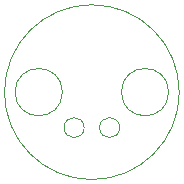
<source format=gm1>
G04*
G04 #@! TF.GenerationSoftware,Altium Limited,Altium Designer,22.11.1 (43)*
G04*
G04 Layer_Color=16711935*
%FSLAX43Y43*%
%MOMM*%
G71*
G04*
G04 #@! TF.SameCoordinates,EBCFDBAD-CF69-4633-B5B4-E8AFAE9BFA5E*
G04*
G04*
G04 #@! TF.FilePolarity,Positive*
G04*
G01*
G75*
%ADD12C,0.013*%
D12*
X-650Y-3000D02*
G03*
X-650Y-3000I-850J0D01*
G01*
X2350D02*
G03*
X2350Y-3000I-850J0D01*
G01*
X6500Y0D02*
G03*
X6500Y0I-2000J0D01*
G01*
X7400D02*
G03*
X7400Y0I-7400J0D01*
G01*
X-2500D02*
G03*
X-2500Y0I-2000J0D01*
G01*
M02*

</source>
